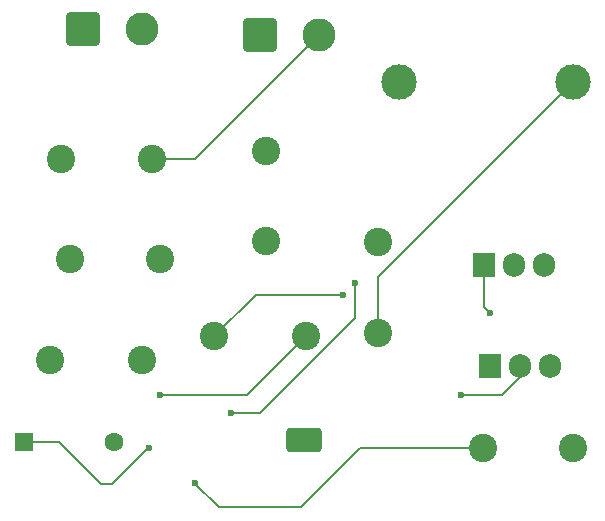
<source format=gbr>
%TF.GenerationSoftware,KiCad,Pcbnew,9.0.6*%
%TF.CreationDate,2025-11-19T21:55:10+05:30*%
%TF.ProjectId,class d  amplifier,636c6173-7320-4642-9020-616d706c6966,rev?*%
%TF.SameCoordinates,Original*%
%TF.FileFunction,Copper,L2,Bot*%
%TF.FilePolarity,Positive*%
%FSLAX46Y46*%
G04 Gerber Fmt 4.6, Leading zero omitted, Abs format (unit mm)*
G04 Created by KiCad (PCBNEW 9.0.6) date 2025-11-19 21:55:10*
%MOMM*%
%LPD*%
G01*
G04 APERTURE LIST*
G04 Aperture macros list*
%AMRoundRect*
0 Rectangle with rounded corners*
0 $1 Rounding radius*
0 $2 $3 $4 $5 $6 $7 $8 $9 X,Y pos of 4 corners*
0 Add a 4 corners polygon primitive as box body*
4,1,4,$2,$3,$4,$5,$6,$7,$8,$9,$2,$3,0*
0 Add four circle primitives for the rounded corners*
1,1,$1+$1,$2,$3*
1,1,$1+$1,$4,$5*
1,1,$1+$1,$6,$7*
1,1,$1+$1,$8,$9*
0 Add four rect primitives between the rounded corners*
20,1,$1+$1,$2,$3,$4,$5,0*
20,1,$1+$1,$4,$5,$6,$7,0*
20,1,$1+$1,$6,$7,$8,$9,0*
20,1,$1+$1,$8,$9,$2,$3,0*%
G04 Aperture macros list end*
%TA.AperFunction,ComponentPad*%
%ADD10C,2.400000*%
%TD*%
%TA.AperFunction,ComponentPad*%
%ADD11RoundRect,0.250000X-0.550000X-0.550000X0.550000X-0.550000X0.550000X0.550000X-0.550000X0.550000X0*%
%TD*%
%TA.AperFunction,ComponentPad*%
%ADD12C,1.600000*%
%TD*%
%TA.AperFunction,ComponentPad*%
%ADD13C,3.000000*%
%TD*%
%TA.AperFunction,ComponentPad*%
%ADD14RoundRect,0.250000X1.250000X-0.750000X1.250000X0.750000X-1.250000X0.750000X-1.250000X-0.750000X0*%
%TD*%
%TA.AperFunction,ComponentPad*%
%ADD15R,1.905000X2.000000*%
%TD*%
%TA.AperFunction,ComponentPad*%
%ADD16O,1.905000X2.000000*%
%TD*%
%TA.AperFunction,ComponentPad*%
%ADD17RoundRect,0.250001X-1.149999X-1.149999X1.149999X-1.149999X1.149999X1.149999X-1.149999X1.149999X0*%
%TD*%
%TA.AperFunction,ComponentPad*%
%ADD18C,2.800000*%
%TD*%
%TA.AperFunction,ViaPad*%
%ADD19C,0.600000*%
%TD*%
%TA.AperFunction,Conductor*%
%ADD20C,0.200000*%
%TD*%
G04 APERTURE END LIST*
D10*
%TO.P,R1,1*%
%TO.N,Net-(U1-DIS)*%
X103500000Y-74910000D03*
%TO.P,R1,2*%
%TO.N,Net-(J2-Pin_1)*%
X103500000Y-67290000D03*
%TD*%
D11*
%TO.P,D1,1,K*%
%TO.N,Net-(D1-K)*%
X83000000Y-92000000D03*
D12*
%TO.P,D1,2,A*%
%TO.N,Net-(D1-A)*%
X90620000Y-92000000D03*
%TD*%
D13*
%TO.P,L1,1,1*%
%TO.N,Net-(Q1-E)*%
X114800000Y-61500000D03*
%TO.P,L1,2,2*%
%TO.N,Net-(C3-Pad1)*%
X129500000Y-61500000D03*
%TD*%
D10*
%TO.P,C2,1*%
%TO.N,Net-(J1-Pin_1)*%
X85250000Y-85000000D03*
%TO.P,C2,2*%
%TO.N,Net-(U1-CV)*%
X93000000Y-85000000D03*
%TD*%
%TO.P,C3,1*%
%TO.N,Net-(C3-Pad1)*%
X99125000Y-83000000D03*
%TO.P,C3,2*%
%TO.N,Net-(J2-Pin_2)*%
X106875000Y-83000000D03*
%TD*%
D14*
%TO.P,J1,1,Pin_1*%
%TO.N,Net-(J1-Pin_1)*%
X106717500Y-91800000D03*
%TD*%
D10*
%TO.P,C1,1*%
%TO.N,Net-(D1-K)*%
X86125000Y-68000000D03*
%TO.P,C1,2*%
%TO.N,Net-(J2-Pin_2)*%
X93875000Y-68000000D03*
%TD*%
D15*
%TO.P,Q1,1,B*%
%TO.N,Net-(Q1-B)*%
X122000000Y-77000000D03*
D16*
%TO.P,Q1,2,C*%
%TO.N,Net-(J2-Pin_1)*%
X124540000Y-77000000D03*
%TO.P,Q1,3,E*%
%TO.N,Net-(Q1-E)*%
X127080000Y-77000000D03*
%TD*%
D10*
%TO.P,R2,1*%
%TO.N,Net-(D1-A)*%
X86880000Y-76500000D03*
%TO.P,R2,2*%
%TO.N,Net-(U1-DIS)*%
X94500000Y-76500000D03*
%TD*%
D17*
%TO.P,J3,1,Pin_1*%
%TO.N,Net-(J3-Pin_1)*%
X103000000Y-57500000D03*
D18*
%TO.P,J3,2,Pin_2*%
%TO.N,Net-(J2-Pin_2)*%
X108000000Y-57500000D03*
%TD*%
D10*
%TO.P,R3,1*%
%TO.N,Net-(U1-Q)*%
X121880000Y-92500000D03*
%TO.P,R3,2*%
%TO.N,Net-(Q1-B)*%
X129500000Y-92500000D03*
%TD*%
D15*
%TO.P,Q2,1,B*%
%TO.N,Net-(Q1-B)*%
X122500000Y-85500000D03*
D16*
%TO.P,Q2,2,C*%
%TO.N,Net-(J2-Pin_2)*%
X125040000Y-85500000D03*
%TO.P,Q2,3,E*%
%TO.N,Net-(Q1-E)*%
X127580000Y-85500000D03*
%TD*%
D17*
%TO.P,J2,1,Pin_1*%
%TO.N,Net-(J2-Pin_1)*%
X88000000Y-57000000D03*
D18*
%TO.P,J2,2,Pin_2*%
%TO.N,Net-(J2-Pin_2)*%
X93000000Y-57000000D03*
%TD*%
D10*
%TO.P,C4,1*%
%TO.N,Net-(C3-Pad1)*%
X113000000Y-82750000D03*
%TO.P,C4,2*%
%TO.N,Net-(J3-Pin_1)*%
X113000000Y-75000000D03*
%TD*%
D19*
%TO.N,Net-(D1-K)*%
X93600000Y-92500000D03*
%TO.N,Net-(J2-Pin_2)*%
X120000000Y-88000000D03*
X94500000Y-88000000D03*
%TO.N,Net-(C3-Pad1)*%
X110000000Y-79500000D03*
%TO.N,Net-(J2-Pin_1)*%
X111000000Y-78500000D03*
X100500000Y-89500000D03*
%TO.N,Net-(Q1-B)*%
X122500000Y-81000000D03*
%TO.N,Net-(U1-Q)*%
X97500000Y-95400000D03*
%TD*%
D20*
%TO.N,Net-(D1-K)*%
X86000000Y-92000000D02*
X89500000Y-95500000D01*
X83000000Y-92000000D02*
X86000000Y-92000000D01*
X93500000Y-92500000D02*
X93600000Y-92500000D01*
X90500000Y-95500000D02*
X93500000Y-92500000D01*
X89500000Y-95500000D02*
X90500000Y-95500000D01*
%TO.N,Net-(J2-Pin_2)*%
X106875000Y-83000000D02*
X101875000Y-88000000D01*
X108000000Y-57500000D02*
X97500000Y-68000000D01*
X125040000Y-85500000D02*
X125040000Y-86460000D01*
X101875000Y-88000000D02*
X94500000Y-88000000D01*
X97500000Y-68000000D02*
X93875000Y-68000000D01*
X125040000Y-86460000D02*
X123500000Y-88000000D01*
X123500000Y-88000000D02*
X120000000Y-88000000D01*
%TO.N,Net-(C3-Pad1)*%
X99125000Y-83000000D02*
X102625000Y-79500000D01*
X113000000Y-82750000D02*
X113000000Y-78000000D01*
X113000000Y-78000000D02*
X129500000Y-61500000D01*
X102625000Y-79500000D02*
X110000000Y-79500000D01*
%TO.N,Net-(J2-Pin_1)*%
X111000000Y-81500000D02*
X111000000Y-78500000D01*
X100500000Y-89500000D02*
X103000000Y-89500000D01*
X103000000Y-89500000D02*
X111000000Y-81500000D01*
%TO.N,Net-(Q1-B)*%
X122000000Y-80500000D02*
X122500000Y-81000000D01*
X122000000Y-77000000D02*
X122000000Y-80500000D01*
%TO.N,Net-(U1-Q)*%
X99500000Y-97500000D02*
X97500000Y-95500000D01*
X121880000Y-92500000D02*
X111500000Y-92500000D01*
X97500000Y-95500000D02*
X97500000Y-95400000D01*
X111500000Y-92500000D02*
X106500000Y-97500000D01*
X106500000Y-97500000D02*
X99500000Y-97500000D01*
%TD*%
M02*

</source>
